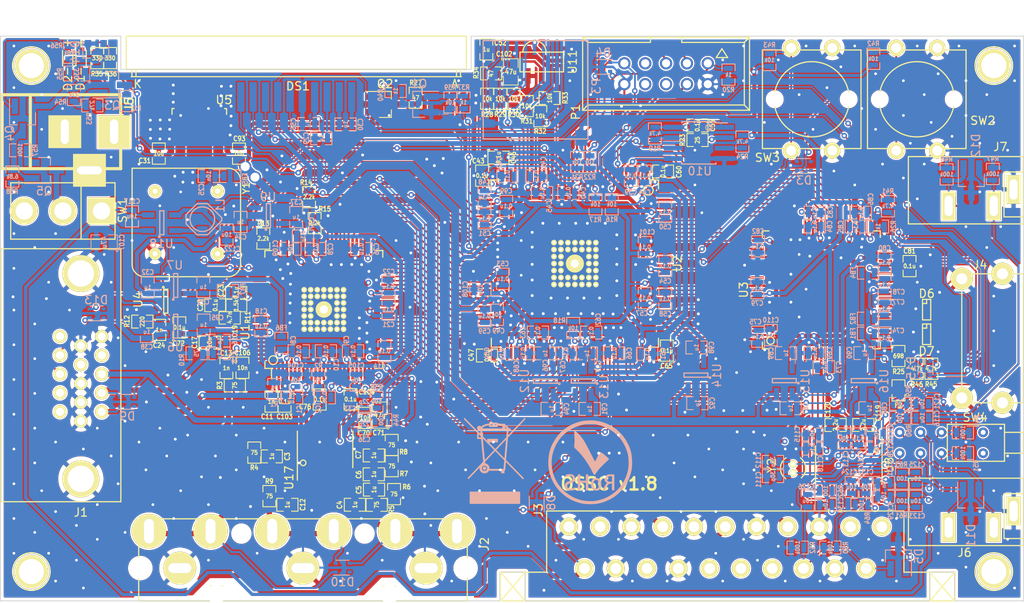
<source format=kicad_pcb>
(kicad_pcb (version 20221018) (generator pcbnew)

  (general
    (thickness 1.6)
  )

  (paper "A3")
  (layers
    (0 "F.Cu" signal)
    (1 "In1.Cu" signal)
    (2 "In2.Cu" signal)
    (31 "B.Cu" signal)
    (32 "B.Adhes" user "B.Adhesive")
    (33 "F.Adhes" user "F.Adhesive")
    (34 "B.Paste" user)
    (35 "F.Paste" user)
    (36 "B.SilkS" user "B.Silkscreen")
    (37 "F.SilkS" user "F.Silkscreen")
    (38 "B.Mask" user)
    (39 "F.Mask" user)
    (40 "Dwgs.User" user "User.Drawings")
    (41 "Cmts.User" user "User.Comments")
    (42 "Eco1.User" user "User.Eco1")
    (43 "Eco2.User" user "User.Eco2")
    (44 "Edge.Cuts" user)
    (45 "Margin" user)
    (46 "B.CrtYd" user "B.Courtyard")
    (47 "F.CrtYd" user "F.Courtyard")
    (48 "B.Fab" user)
    (49 "F.Fab" user)
  )

  (setup
    (stackup
      (layer "F.SilkS" (type "Top Silk Screen"))
      (layer "F.Paste" (type "Top Solder Paste"))
      (layer "F.Mask" (type "Top Solder Mask") (thickness 0.01))
      (layer "F.Cu" (type "copper") (thickness 0.035))
      (layer "dielectric 1" (type "core") (thickness 0.48) (material "FR4") (epsilon_r 4.5) (loss_tangent 0.02))
      (layer "In1.Cu" (type "copper") (thickness 0.035))
      (layer "dielectric 2" (type "prepreg") (thickness 0.48) (material "FR4") (epsilon_r 4.5) (loss_tangent 0.02))
      (layer "In2.Cu" (type "copper") (thickness 0.035))
      (layer "dielectric 3" (type "core") (thickness 0.48) (material "FR4") (epsilon_r 4.5) (loss_tangent 0.02))
      (layer "B.Cu" (type "copper") (thickness 0.035))
      (layer "B.Mask" (type "Bottom Solder Mask") (thickness 0.01))
      (layer "B.Paste" (type "Bottom Solder Paste"))
      (layer "B.SilkS" (type "Bottom Silk Screen"))
      (copper_finish "None")
      (dielectric_constraints no)
    )
    (pad_to_mask_clearance 0)
    (pcbplotparams
      (layerselection 0x00010fc_ffffffff)
      (plot_on_all_layers_selection 0x0000000_00000000)
      (disableapertmacros false)
      (usegerberextensions false)
      (usegerberattributes false)
      (usegerberadvancedattributes false)
      (creategerberjobfile false)
      (dashed_line_dash_ratio 12.000000)
      (dashed_line_gap_ratio 3.000000)
      (svgprecision 6)
      (plotframeref false)
      (viasonmask false)
      (mode 1)
      (useauxorigin false)
      (hpglpennumber 1)
      (hpglpenspeed 20)
      (hpglpendiameter 15.000000)
      (dxfpolygonmode true)
      (dxfimperialunits true)
      (dxfusepcbnewfont true)
      (psnegative false)
      (psa4output false)
      (plotreference true)
      (plotvalue true)
      (plotinvisibletext false)
      (sketchpadsonfab false)
      (subtractmaskfromsilk false)
      (outputformat 1)
      (mirror false)
      (drillshape 0)
      (scaleselection 1)
      (outputdirectory "gerber/")
    )
  )

  (net 0 "")
  (net 1 "/fpga1/ASDO")
  (net 2 "/fpga1/DATA0")
  (net 3 "/fpga1/DCLK")
  (net 4 "/fpga1/HDMITX_HSYNC")
  (net 5 "/fpga1/HDMITX_INT_N")
  (net 6 "/fpga1/HDMITX_PCLK")
  (net 7 "/fpga1/HDMITX_R0")
  (net 8 "/fpga1/HDMITX_R1")
  (net 9 "/fpga1/HDMITX_R2")
  (net 10 "/fpga1/HDMITX_R3")
  (net 11 "/fpga1/HDMITX_R4")
  (net 12 "/fpga1/HDMITX_R5")
  (net 13 "/fpga1/HDMITX_R6")
  (net 14 "/fpga1/HDMITX_R7")
  (net 15 "/fpga1/HDMITX_VSYNC")
  (net 16 "/fpga1/IR_RX")
  (net 17 "/fpga1/LED0")
  (net 18 "/fpga1/LED1")
  (net 19 "/fpga1/SCL")
  (net 20 "/fpga1/SDA")
  (net 21 "/fpga1/SD_CLK")
  (net 22 "/fpga1/SD_CMD")
  (net 23 "/fpga1/SD_DAT0")
  (net 24 "/fpga1/SD_DAT1")
  (net 25 "/fpga1/SD_DAT2")
  (net 26 "/fpga1/SD_DAT3")
  (net 27 "/fpga1/TCK")
  (net 28 "/fpga1/TDI")
  (net 29 "/fpga1/TDO")
  (net 30 "/fpga1/TMS")
  (net 31 "/fpga1/VCCA")
  (net 32 "/fpga1/VCCD_PLL")
  (net 33 "/fpga1/VCCINT")
  (net 34 "/fpga1/nCSO")
  (net 35 "/hdmitx1/AVCC1V8")
  (net 36 "/hdmitx1/AVCC3V3")
  (net 37 "/fpga1/VCCIO")
  (net 38 "/tvp_board1/AV1_AUD_R")
  (net 39 "/tvp_board1/AV1_AUD_L")
  (net 40 "Net-(U1-RIN_3)")
  (net 41 "Net-(U1-BIN_3)")
  (net 42 "Net-(U17A-IN_A_CH2)")
  (net 43 "Net-(U17A-IN_A_CH3)")
  (net 44 "Net-(U17A-IN_B_CH1)")
  (net 45 "/hdmitx1/DDC_SCL")
  (net 46 "/hdmitx1/DDC_SDA")
  (net 47 "Net-(U17A-IN_B_CH2)")
  (net 48 "/hdmitx1/DVDD1V8")
  (net 49 "Net-(U17A-IN_B_CH3)")
  (net 50 "Net-(U1-SOGIN_1)")
  (net 51 "Net-(U17A-IN_A_CH1)")
  (net 52 "Net-(U1-SOGIN_2)")
  (net 53 "Net-(U1-GIN_3)")
  (net 54 "Net-(U1-SOGIN_3)")
  (net 55 "Net-(U1-GIN_4)")
  (net 56 "Net-(U1-FILT2)")
  (net 57 "Net-(U1-PLL_F)")
  (net 58 "/hdmitx1/HPD")
  (net 59 "/hdmitx1/TMDS_CLK+")
  (net 60 "/hdmitx1/TMDS_CLK-")
  (net 61 "/hdmitx1/TMDS_D0+")
  (net 62 "/hdmitx1/TMDS_D0-")
  (net 63 "/hdmitx1/TMDS_D1+")
  (net 64 "/hdmitx1/TMDS_D1-")
  (net 65 "/hdmitx1/TMDS_D2+")
  (net 66 "/hdmitx1/TMDS_D2-")
  (net 67 "/tvp_board1/AVDD")
  (net 68 "Net-(U4-2A)")
  (net 69 "Net-(Y1-VDD)")
  (net 70 "Net-(DS1-Pin_8)")
  (net 71 "Net-(DS1-Pin_10)")
  (net 72 "Net-(DS1-Pin_9)")
  (net 73 "Net-(U17A-SCL)")
  (net 74 "Net-(U17A-SDA)")
  (net 75 "Net-(U3-PVCC1)")
  (net 76 "/tvp_board1/DVDD")
  (net 77 "Net-(U1-RIN_1)")
  (net 78 "Net-(U3-PVCC2)")
  (net 79 "/tvp_board1/VSOUT")
  (net 80 "/tvp_board1/HSOUT")
  (net 81 "/tvp_board1/SOGOUT")
  (net 82 "/tvp_board1/B_7")
  (net 83 "/tvp_board1/B_6")
  (net 84 "/tvp_board1/B_5")
  (net 85 "/tvp_board1/B_4")
  (net 86 "/tvp_board1/B_3")
  (net 87 "/tvp_board1/PCLK")
  (net 88 "/tvp_board1/B_2")
  (net 89 "/tvp_board1/B_1")
  (net 90 "/tvp_board1/B_0")
  (net 91 "Net-(U1-BIN_1)")
  (net 92 "Net-(U11-Pin_2)")
  (net 93 "/tvp_board1/G_7")
  (net 94 "/tvp_board1/G_6")
  (net 95 "/tvp_board1/G_5")
  (net 96 "/tvp_board1/RGB1_B")
  (net 97 "/tvp_board1/RGB1_G")
  (net 98 "/tvp_board1/RGB1_R")
  (net 99 "/tvp_board1/RGB1_S")
  (net 100 "/tvp_board1/RGB2_B")
  (net 101 "/tvp_board1/RGB2_G")
  (net 102 "/tvp_board1/RGB2_R")
  (net 103 "/tvp_board1/RGB3_B")
  (net 104 "/tvp_board1/RGB3_G")
  (net 105 "/tvp_board1/RGB3_R")
  (net 106 "/tvp_board1/G_4")
  (net 107 "GND")
  (net 108 "Net-(U1-GIN_1)")
  (net 109 "Net-(U1-RIN_2)")
  (net 110 "Net-(U1-BIN_2)")
  (net 111 "Net-(U1-GIN_2)")
  (net 112 "Net-(U8-XO)")
  (net 113 "Net-(U8-XI)")
  (net 114 "Net-(U8-VREF)")
  (net 115 "Net-(U8-LDO)")
  (net 116 "Net-(U8-VINL2)")
  (net 117 "Net-(U8-VINR2)")
  (net 118 "Net-(U8-VINR3)")
  (net 119 "Net-(U8-VINL4)")
  (net 120 "Net-(U8-VINL3)")
  (net 121 "Net-(U8-VINR4)")
  (net 122 "Net-(D1-A)")
  (net 123 "Net-(C20-Pad2)")
  (net 124 "Net-(D2-A)")
  (net 125 "unconnected-(D3-IO3-Pad4)")
  (net 126 "unconnected-(D3-IO4-Pad5)")
  (net 127 "unconnected-(D9-TVS4-Pad5)")
  (net 128 "unconnected-(D10-TVS4-Pad5)")
  (net 129 "Net-(D11-TVS1)")
  (net 130 "Net-(C77-Pad1)")
  (net 131 "Net-(D11-TVS2)")
  (net 132 "/tvp_board1/G_3")
  (net 133 "/tvp_board1/G_2")
  (net 134 "/tvp_board1/G_1")
  (net 135 "/tvp_board1/G_0")
  (net 136 "unconnected-(D13-IO3-Pad4)")
  (net 137 "unconnected-(D13-IO4-Pad5)")
  (net 138 "/tvp_board1/R_7")
  (net 139 "Net-(D14-K)")
  (net 140 "unconnected-(D15-IO4-Pad5)")
  (net 141 "Net-(DS1-Pin_11)")
  (net 142 "Net-(Q3-D)")
  (net 143 "unconnected-(J1-ID2{slash}RES-Pad4)")
  (net 144 "/tvp_board1/R_6")
  (net 145 "/tvp_board1/R_5")
  (net 146 "/tvp_board1/R_4")
  (net 147 "/tvp_board1/R_3")
  (net 148 "/tvp_board1/R_2")
  (net 149 "/tvp_board1/R_1")
  (net 150 "/tvp_board1/R_0")
  (net 151 "unconnected-(J1-KEY{slash}PWR-Pad9)")
  (net 152 "unconnected-(J1-ID0{slash}RES-Pad11)")
  (net 153 "/tvp_board1/CLK27")
  (net 154 "/fpga1/HDMITX_DE")
  (net 155 "/fpga1/HDMITX_B0")
  (net 156 "/fpga1/HDMITX_B1")
  (net 157 "/fpga1/HDMITX_B2")
  (net 158 "/fpga1/HDMITX_B3")
  (net 159 "/fpga1/HDMITX_B4")
  (net 160 "/fpga1/HDMITX_B5")
  (net 161 "/fpga1/HDMITX_B6")
  (net 162 "/fpga1/HDMITX_B7")
  (net 163 "unconnected-(J1-ID1{slash}SDA-Pad12)")
  (net 164 "unconnected-(J1-ID3{slash}SCL-Pad15)")
  (net 165 "unconnected-(J3-P1-Pad1)")
  (net 166 "unconnected-(J3-P3-Pad3)")
  (net 167 "unconnected-(J3-P8-Pad8)")
  (net 168 "/fpga1/HDMITX_G0")
  (net 169 "/fpga1/HDMITX_G1")
  (net 170 "Net-(F1-Pad1)")
  (net 171 "/tvp_board1/RGB_12_G")
  (net 172 "/tvp_board1/RGB_12_R")
  (net 173 "unconnected-(J3-P10-Pad10)")
  (net 174 "/tvp_board1/RGB_12_B")
  (net 175 "unconnected-(J3-P12-Pad12)")
  (net 176 "unconnected-(J3-P16-Pad16)")
  (net 177 "unconnected-(J3-P19-Pad19)")
  (net 178 "unconnected-(J4-CEC-Pad13)")
  (net 179 "/tvp_board1/RGB3_HS")
  (net 180 "/tvp_board1/RGB3_VS")
  (net 181 "/tvp_board1/RGB3_VS_B")
  (net 182 "/tvp_board1/RGB3_HS_B")
  (net 183 "unconnected-(J4-RSV-Pad14)")
  (net 184 "/fpga1/LCD_CS_N")
  (net 185 "/fpga1/LCD_RS")
  (net 186 "/fpga1/BTN0")
  (net 187 "/fpga1/BTN1")
  (net 188 "Net-(C23-Pad1)")
  (net 189 "/tvp_board1/AVDD_F")
  (net 190 "Net-(U18-SW)")
  (net 191 "unconnected-(P1-Pin_6-Pad6)")
  (net 192 "unconnected-(P1-Pin_7-Pad7)")
  (net 193 "/fpga1/RESET_N")
  (net 194 "unconnected-(P1-Pin_8-Pad8)")
  (net 195 "Net-(Q1-B)")
  (net 196 "Net-(Q1-C)")
  (net 197 "Net-(Q2-B)")
  (net 198 "/fpga1/LCD_BLEN")
  (net 199 "/hdmitx1/5V")
  (net 200 "/hdmitx1/5V_FUSED")
  (net 201 "Net-(Q2-C)")
  (net 202 "Net-(Q3-G)")
  (net 203 "/hdmitx1/AV2_AUD_R")
  (net 204 "Net-(C116-Pad2)")
  (net 205 "/fpga1/HDMITX_G2")
  (net 206 "Net-(Q3-S)")
  (net 207 "Net-(Q4-B)")
  (net 208 "/hdmitx1/AV2_AUD_L")
  (net 209 "Net-(C121-Pad2)")
  (net 210 "/fpga1/HDMITX_G3")
  (net 211 "Net-(C123-Pad1)")
  (net 212 "/hdmitx1/AV3_AUD_R")
  (net 213 "Net-(C124-Pad1)")
  (net 214 "Net-(C125-Pad1)")
  (net 215 "/hdmitx1/AV3_AUD_L")
  (net 216 "Net-(C126-Pad1)")
  (net 217 "/fpga1/HDMITX_G4")
  (net 218 "/hdmitx1/I2S_DATA")
  (net 219 "/hdmitx1/I2S_WS")
  (net 220 "/hdmitx1/I2S_BCK")
  (net 221 "/fpga1/HDMITX_G5")
  (net 222 "/fpga1/HDMITX_G6")
  (net 223 "/fpga1/HDMITX_G7")
  (net 224 "Net-(Q4-C)")
  (net 225 "Net-(Q5-D)")
  (net 226 "Net-(U1-FILT1)")
  (net 227 "Net-(U2-nSTATUS)")
  (net 228 "Net-(U2-nCONFIG)")
  (net 229 "Net-(U2-CONF_DONE)")
  (net 230 "Net-(U10-HOLDn)")
  (net 231 "Net-(U10-SO)")
  (net 232 "Net-(U10-WPn)")
  (net 233 "Net-(U3-REXT)")
  (net 234 "/tvp_board1/DVDD2V5")
  (net 235 "Net-(U3-ENTEST)")
  (net 236 "unconnected-(U1-FIDOUT-Pad22)")
  (net 237 "unconnected-(U1-B_1-Pad37)")
  (net 238 "unconnected-(U1-B_0-Pad38)")
  (net 239 "unconnected-(U1-G_1-Pad51)")
  (net 240 "unconnected-(U1-G_0-Pad52)")
  (net 241 "unconnected-(U1-R_1-Pad64)")
  (net 242 "unconnected-(U1-R_0-Pad65)")
  (net 243 "unconnected-(U3-NC-Pad45)")
  (net 244 "unconnected-(U6-NC-Pad4)")
  (net 245 "unconnected-(U7-NC-Pad4)")
  (net 246 "unconnected-(U8-VINL1-Pad3)")
  (net 247 "unconnected-(U8-VINR1-Pad4)")
  (net 248 "unconnected-(U8-Mic_bias-Pad5)")
  (net 249 "unconnected-(U8-GPIO3-Pad19)")
  (net 250 "unconnected-(U8-GPIO2-Pad20)")
  (net 251 "unconnected-(U8-GPIO1-Pad21)")
  (net 252 "unconnected-(U8-GPIO0-Pad22)")
  (net 253 "unconnected-(U9-NC-Pad4)")
  (net 254 "unconnected-(U12-NC-Pad4)")
  (net 255 "unconnected-(U13-NC-Pad4)")
  (net 256 "unconnected-(U14-NC-Pad4)")
  (net 257 "unconnected-(U15-NC-Pad4)")
  (net 258 "unconnected-(U16-NC-Pad4)")
  (net 259 "unconnected-(U17A-NC-Pad1)")
  (net 260 "unconnected-(U17A-NC-Pad20)")
  (net 261 "unconnected-(Y1-NC-Pad1)")

  (footprint "custom_components:SM0603_Capa_libcms" (layer "F.Cu") (at 40.3965 68.1727))

  (footprint "custom_components:SM0603_Capa_libcms" (layer "F.Cu") (at 50.5184 74.066 180))

  (footprint "custom_components:SM0603_Capa_libcms" (layer "F.Cu") (at 52.8425 72.224 180))

  (footprint "custom_components:SM0603_Capa_libcms" (layer "F.Cu") (at 52.8171 70.3571 180))

  (footprint "custom_components:SM0603_Capa_libcms" (layer "F.Cu") (at 52.8171 68.0584 180))

  (footprint "custom_components:SM0603_Capa_libcms" (layer "F.Cu") (at 40.3584 61.5052 90))

  (footprint "custom_components:SM0603_Capa_libcms" (layer "F.Cu") (at 42.301 74.066))

  (footprint "custom_components:SM0603_Capa_libcms" (layer "F.Cu") (at 34.872 57.4158 90))

  (footprint "custom_components:SM0603_Capa_libcms" (layer "F.Cu") (at 32.84 54.317))

  (footprint "custom_components:SM0603_Capa_libcms" (layer "F.Cu") (at 35.277 51.283 180))

  (footprint "custom_components:SM0603_Capa_libcms" (layer "F.Cu") (at 33.528 49.779))

  (footprint "custom_components:SM0603_Capa_libcms" (layer "F.Cu") (at 36.062 48.265 180))

  (footprint "custom_components:SM0603_Capa_libcms" (layer "F.Cu") (at 26.7059 52.7803 -90))

  (footprint "custom_components:SM0603_Capa_libcms" (layer "F.Cu") (at 26.645 31.313 90))

  (footprint "custom_components:SM0603_Capa_libcms" (layer "F.Cu") (at 66 34 90))

  (footprint "custom_components:SM0603_Capa_libcms" (layer "F.Cu") (at 68 31.8 180))

  (footprint "custom_components:SM0603_Capa_libcms" (layer "F.Cu") (at 66.6 55.9 180))

  (footprint "custom_components:SM0603_Capa_libcms" (layer "F.Cu") (at 66.5204 18.63 -90))

  (footprint "custom_components:SM0603_Capa_libcms" (layer "F.Cu") (at 92.2125 27.8883 180))

  (footprint "custom_components:SM0603_Capa_libcms" (layer "F.Cu") (at 88.021 33.498))

  (footprint "custom_components:SM0603_Capa_libcms" (layer "F.Cu") (at 88.5 55.3 -90))

  (footprint "custom_components:SM0603_Capa_libcms" (layer "F.Cu") (at 118.04 45.01 -90))

  (footprint "custom_components:SM0603_Capa_libcms" (layer "F.Cu") (at 36.405 31.318 90))

  (footprint "custom_components:SM0805_libcms" (layer "F.Cu") (at 69.494 21.361 -90))

  (footprint "custom_components:BARREL_JACK_roundconn" (layer "F.Cu") (at 15.002 28.649))

  (footprint "custom_components:VGA_CONN" (layer "F.Cu") (at 17.1555 59.2954 -90))

  (footprint "custom_components:IRM-V5XX_TR1" (layer "F.Cu") (at 73.2641 21.3605))

  (footprint "Connect:VASCH5x2" (layer "F.Cu") (at 88.4 21.59 180))

  (footprint "Connect:1pin" (layer "F.Cu") (at 11.13 20.6))

  (footprint "Connect:1pin" (layer "F.Cu") (at 11.13 82.2))

  (footprint "Connect:1pin" (layer "F.Cu") (at 128.3 82.2))

  (footprint "Connect:1pin" (layer "F.Cu") (at 128.3 20.6))

  (footprint "custom_components:SM0603_Resistor_libcms" (layer "F.Cu") (at 38.2629 67.7155 90))

  (footprint "custom_components:SM0603_Resistor_libcms" (layer "F.Cu") (at 53.1727 74.0782))

  (footprint "custom_components:SM0603_Resistor_libcms" (layer "F.Cu") (at 55.2809 72.7701 -90))

  (footprint "custom_components:SM0603_Resistor_libcms" (layer "F.Cu") (at 55.0015 69.3665 90))

  (footprint "custom_components:SM0603_Resistor_libcms" (layer "F.Cu") (at 54.997 66.785 90))

  (footprint "custom_components:SM0603_Resistor_libcms" (layer "F.Cu") (at 40.104 73.015 90))

  (footprint "custom_components:SM0603_Resistor_libcms" (layer "F.Cu") (at 36.063 49.779))

  (footprint "custom_components:SM0603_Resistor_libcms" (layer "F.Cu") (at 24.6358 51.7643 180))

  (footprint "custom_components:SM0603_Resistor_libcms" (layer "F.Cu") (at 39.37 41.656 -90))

  (footprint "custom_components:SM0603_Resistor_libcms" (layer "F.Cu") (at 44.931 36.606 90))

  (footprint "custom_components:SM0603_Resistor_libcms" (layer "F.Cu") (at 45.6162 39.7755 -90))

  (footprint "custom_components:SM0603_Resistor_libcms" (layer "F.Cu") (at 92.2252 29.6663))

  (footprint "custom_components:SM0603_Resistor_libcms" (layer "F.Cu") (at 116.693 55.961 -90))

  (footprint "custom_components:SM0603_Resistor_libcms" (layer "F.Cu") (at 66.6093 24.6371 90))

  (footprint "custom_components:SM0603_Resistor_libcms" (layer "F.Cu") (at 68.2222 24.6498 90))

  (footprint "custom_components:SM0603_Resistor_libcms" (layer "F.Cu") (at 69.8351 24.6498 90))

  (footprint "custom_components:SM0603_Resistor_libcms" (layer "F.Cu") (at 71.448 25.5261 90))

  (footprint "custom_components:SM0603_Resistor_libcms" (layer "F.Cu") (at 73.0863 26.758 90))

  (footprint "custom_components:SM0603_Resistor_libcms" (layer "F.Cu") (at 74.2293 24.5482))

  (footprint "custom_components:SM0603_Resistor_libcms" (layer "F.Cu") (at 67.1046 21.551 180))

  (footprint "custom_components:SM0603_Resistor_libcms" (layer "F.Cu") (at 19.159 19.691 -90))

  (footprint "custom_components:SM0603_Resistor_libcms" (layer "F.Cu") (at 20.709 19.687 -90))

  (footprint "custom_components:TQFP-100_thermal" (layer "F.Cu") (at 46.736 50.292 90))

  (footprint "custom_components:3xRCA_CONN" (layer "F.Cu") (at 44.196 81.7762))

  (footprint "custom_components:TQFP-144_thermal" (layer "F.Cu")
    (tstamp 00000000-0000-0000-0000-000055a1e0e7)
    (at 77.3 44.7 -90)
    (descr "P/PG-TQFP-144-2, -3, -7 (see MAXIM 21-0087.PDF and 90-0144.PDF)")
    (tags "QFP 0.5")
    (property "Sheetfile" "fpga.kicad_sch")
    (property "Sheetname" "fpga1")
    (path "/00000000-0000-0000-0000-000054fe3a8c/00000000-0000-0000-0000-000054fe3d0c")
    (attr smd)
    (fp_text reference "U2" (at 0 -12.475 -90) (layer "F.SilkS")
        (effects (font (size 1 1) (thickness 0.15)))
      (tstamp eef1617b-803a-49c3-b08a-1db35075471d)
    )
    (fp_text value "EP4CE15E22" (at 0 12.475 -90) (layer "F.Fab")
        (effects (font (size 1 1) (thickness 0.15)))
      (tstamp d5b7e3fd-5b86-4909-a883-a49d6720b0a4)
    )
    (fp_line (start -10.175 -10.175) (end -10.175 -9.1)
      (stroke (width 0.15) (type solid)) (layer "F.SilkS") (tstamp 3558ed6e-711a-493c-9eff-a48d444cc556))
    (fp_line (start -10.175 -10.175) (end -9.1 -10.175)
      (stroke (width 0.15) (type solid)) (layer "F.SilkS") (tstamp cfbfbec9-09a3-4e92-a2d5-49e5d862c70a))
    (fp_line (start -10.175 -9.1) (end -11.275 -9.1)
      (stroke (width 0.15) (type solid)) (layer "F.SilkS") (tstamp 30f39d53-8f80-4916-9ac7-057ac040b90a))
    (fp_line (start -10.175 10.175) (end -10.175 9.1)
      (stroke (width 0.15) (type solid)) (layer "F.SilkS") (tstamp e5c72976-c228-44ef-8299-d4cc7fdc17a6))
    (fp_line (start -10.175 10.175) (end -9.1 10.175)
      (stroke (width 0.15) (type solid)) (layer "F.SilkS") (tstamp 975622be-fb68-4753-b6d7-9e86c2f84344))
    (fp_line (start 10.175 -10.175) (end 9.1 -10.175)
      (stroke (width 0.15) (type solid)) (layer "F.SilkS") (tstamp c9d6f710-9d3c-46d5-9a1d-5e2971fb146b))
    (fp_line (start 10.175 -10.175) (end 10.175 -9.1)
      (stroke (width 0.15) (type solid)) (layer "F.SilkS") (tstamp ccab7bc2-318e-477c-9811-7f7e7d58547f))
    (fp_line (start 10.175 10.175) (end 9.1 10.175)
      (stroke (width 0.15) (type solid)) (layer "F.SilkS") (tstamp 25d85ac4-49d9-4f51-9a7e-96ed6098b3ee))
    (fp_line (start 10.175 10.175) (end 10.175 9.1)
      (stroke (width 0.15) (type solid)) (layer "F.SilkS") (tstamp 3ba26bbe-8562-430c-b806-843447502c0b))
    (fp_circle (center -8.91794 -8.93064) (end -8.54456 -8.47344)
      (stroke (width 0.15) (type solid)) (fill none) (layer "F.SilkS") (tstamp 94ff5823-f4bf-4e22-8a9f-d99ff5e43636))
    (fp_line (start -11.75 -11.75) (end -11.75 11.75)
      (stroke (width 0.05) (type solid)) (layer "F.CrtYd") (tstamp 5b2cbec1-173b-4f13-91ec-7f5b0f45cfc2))
    (fp_line (start -11.75 -11.75) (end 11.75 -11.75)
      (stroke (width 0.05) (type solid)) (layer "F.CrtYd") (tstamp 40f27947-3902-4235-a9f3-f7757418b180))
    (fp_line (start -11.75 11.75) (end 11.75 11.75)
      (stroke (width 0.05) (type solid)) (layer "F.CrtYd") (tstamp 1a5b86ef-7e25-4df9-9631-46951e62da1c))
    (fp_line (start 11.75 -11.75) (end 11.75 11.75)
      (stroke (width 0.05) (type solid)) (layer "F.CrtYd") (tstamp 06baf694-aae9-40ee-a8b0-cd56271c0db1))
    (pad "1" smd rect (at -10.8 -8.75 270) (size 1.6 0.3) (layers "F.Cu" "F.Paste" "F.Mask")
      (net 32 "/fpga1/VCCD_PLL") (pinfunction "VCCD_PLL3") (pintype "power_in") (tstamp 29bade07-3619-4b75-8614-380e5d216724))
    (pad "2" smd rect (at -10.8 -8.25 270) (size 1.6 0.3) (layers "F.Cu" "F.Paste" "F.Mask")
      (net 107 "GND") (pinfunction "GNDA3") (pintype "power_in") (tstamp 1862581f-2525-4585-a080-e75b085b227c))
    (pad "3" smd rect (at -10.8 -7.75 270) (size 1.6 0.3) (layers "F.Cu" "F.Paste" "F.Mask")
      (net 31 "/fpga1/VCCA") (pinfunction "VCCA3") (pintype "power_in") (tstamp 82dc8331-888a-484b-bacd-011d8ad4eaee))
    (pad "4" smd rect (at -10.8 -7.25 270) (size 1.6 0.3) (layers "F.Cu" "F.Paste" "F.Mask")
      (net 107 "GND") (pinfunction "GND") (pintype "power_in") (tstamp 157243cd-e86d-4227-a806-59f87474f46f))
    (pad "5" smd rect (at -10.8 -6.75 270) (size 1.6 0.3) (layers "F.Cu" "F.Paste" "F.Mask")
      (net 33 "/fpga1/VCCINT") (pinfunction "VCCINT") (pintype "power_in") (tstamp 5e4bc6b4-9d88-43ef-a168-6586fea6c5c1))
    (pad "6" smd rect (at -10.8 -6.25 270) (size 1.6 0.3) (layers "F.Cu" "F.Paste" "F.Mask")
      (net 1 "/fpga1/ASDO") (pinfunction "DATA1") (pintype "bidirectional") (tstamp 9d1e99b5-e2d8-425a-86e1-01e6269c8854))
    (pad "7" smd rect (at -10.8 -5.75 270) (size 1.6 0.3) (layers "F.Cu" "F.Paste" "F.Mask")
      (net 12 "/fpga1/HDMITX_R5") (pinfunction "IO7") (pintype "bidirectional") (tstamp 3bea58ca-f951-409c-a105-ffae4851f8c9))
    (pad "8" smd rect (at -10.8 -5.25 270) (size 1.6 0.3) (layers "F.Cu" "F.Paste" "F.Mask")
      (net 34 "/fpga1/nCSO") (pinfunction "FLASH_nCE") (pintype "bidirectional") (tstamp 159071cb-c43e-4d0d-a30b-8366af8c8229))
    (pad "9" smd rect (at -10.8 -4.75 270) (size 1.6 0.3) (layers "F.Cu" "F.Paste" "F.Mask")
      (net 227 "Net-(U2-nSTATUS)") (pinfunction "nSTATUS") (pintype "bidirectional") (tstamp c84e26b5-03b0-4340-ac29-a07a2282eda4))
    (pad "10" smd rect (at -10.8 -4.25 270) (size 1.6 0.3) (layers "F.Cu" "F.Paste" "F.Mask")
      (net 13 "/fpga1/HDMITX_R6") (pinfunction "IO10") (pintype "bidirectional") (tstamp 566e9eaf-5ddb-4b9e-9534-fcaaaa25446c))
    (pad "11" smd rect (at -10.8 -3.75 270) (size 1.6 0.3) (layers "F.Cu" "F.Paste" "F.Mask")
      (net 14 "/fpga1/HDMITX_R7") (pinfunction "IO11") (pintype "bidirectional") (tstamp 7702c425-321f-49d3-8d92-087cb32ce9d2))
    (pad "12" smd rect (at -10.8 -3.25 270) (size 1.6 0.3) (layers "F.Cu" "F.Paste" "F.Mask")
      (net 3 "/fpga1/DCLK") (pinfunction "DCLK") (pintype "bidirectional") (tstamp d09b92f8-5372-448e-a57a-23196426561b))
    (pad "13" smd rect (at -10.8 -2.75 270) (size 1.6 0.3) (layers "F.Cu" "F.Paste" "F.Mask")
      (net 2 "/fpga1/DATA0") (pinfunction "DATA0") (pintype "bidirectional") (tstamp 0ea30842-4fac-4625-9b51-4a4dbe144712))
    (pad "14" smd rect (at -10.8 -2.25 270) (size 1.6 0.3) (layers "F.Cu" "F.Paste" "F.Mask")
      (net 228 "Net-(U2-nCONFIG)") (pinfunction "nCONFIG") (pintype "bidirectional") (tstamp 4a922147-3fe0-42c0-af9e-f0ae4df249c3))
    (pad "15" smd rect (at -10.8 -1.75 270) (size 1.6 0.3) (layers "F.Cu" "F.Paste" "F.Mask")
      (net 28 "/fpga1/TDI") (pinfunction "TDI") (pintype "bidirectional") (tstamp 99c22012-88e5-4396-b364-0c0e4dd522ff))
    (pad "16" smd rect (at -10.8 -1.25 270) (size 1.6 0.3) (layers "F.Cu" "F.Paste" "F.Mask")
      (net 27 "/fpga1/TCK") (pinfunction "TCK") (pintype "bidirectional") (tstamp 2a84a7a9-a0e7-40d2-99b2-bc000a7cd748))
    (pad "17" smd rect (at -10.8 -0.75 270) (size 1.6 0.3) (layers "F.Cu" "F.Paste" "F.Mask")
      (net 37 "/fpga1/VCCIO") (pinfunction "VCCIO1") (pintype "power_in") (tstamp 143b191b-7bd4-4729-8c78-ad723a3931de))
    (pad "18" smd rect (at -10.8 -0.25 270) (size 1.6 0.3) (layers "F.Cu" "F.Paste" "F.Mask")
      (net 30 "/fpga1/TMS") (pinfunction "TMS") (pintype "bidirectional") (tstamp 33034710-c35e-4b87-95a5-6fb2da4dc6b9))
    (pad "19" smd rect (at -10.8 0.25 270) (size 1.6 0.3) (layers "F.Cu" "F.Paste" "F.Mask")
      (net 107 "GND") (pinfunction "GND") (pintype "power_in") (tstamp c6eef106-8bd2-425b-b7f5-261c586eec51))
    (pad "20" smd rect (at -10.8 0.75 270) (size 1.6 0.3) (layers "F.Cu" "F.Paste" "F.Mask")
      (net 29 "/fpga1/TDO") (pinfunction "TDO") (pintype "bidirectional") (tstamp b8a283fb-dc6f-473b-9e7c-2a28f6941659))
    (pad "21" smd rect (at -10.8 1.25 270) (size 1.6 0.3) (layers "F.Cu" "F.Paste" "F.Mask")
      (net 107 "GND") (pinfunction "nCE") (pintype "input") (tstamp c77f9c58-3dac-41d6-bc83-0a4e77e4b2ea))
    (pad "22" smd rect (at -10.8 1.75 270) (size 1.6 0.3) (layers "F.Cu" "F.Paste" "F.Mask")
      (net 107 "GND") (pinfunction "GND") (pintype "power_in") (tstamp 1866f365-b71a-4fce-ac64-d81d3f66c2a0))
    (pad "23" smd rect (at -10.8 2.25 270) (size 1.6 0.3) (layers "F.Cu" "F.Paste" "F.Mask")
      (net 16 "/fpga1/IR_RX") (pinfunction "CLK1") (pintype "input") (tstamp 7c424249-b799-4e19-a627-daed09e40660))
    (pad "24" smd rect (at -10.8 2.75 270) (size 1.6 0.3) (layers "F.Cu" "F.Paste" "F.Mask")
      (net 107 "GND") (pinfunction "CLK2") (pintype "input") (tstamp 392c1cf0-7507-4b58-b7f9-02fcd1cfad14))
    (pad "25" smd rect (at -10.8 3.25 270) (size 1.6 0.3) (layers "F.Cu" "F.Paste" "F.Mask")
      (net 153 "/tvp_board1/CLK27") (pinfunction "CLK3") (pintype "input") (tstamp c3eab378-889b-4ad9-857c-e37d768a18d7))
    (pad "26" smd rect (at -10.8 3.75 270) (size 1.6 0.3) (layers "F.Cu" "F.Paste" "F.Mask")
      (net 37 "/fpga1/VCCIO") (pinfunction "VCCIO2") (pintype "power_in") (tstamp 6da25418-6e16-43fd-b847-401bfda20b08))
    (pad "27" smd rect (at -10.8 4.25 270) (size 1.6 0.3) (layers "F.Cu" "F.Paste" "F.Mask")
      (net 107 "GND") (pinfunction "GND") (pintype "power_in") (tstamp c3c478d9-178e-4b47-9445-349b94449a26))
    (pad "28" smd rect (at -10.8 4.75 270) (size 1.6 0.3) (layers "F.Cu" "F.Paste" "F.Mask")
      (net 25 "/fpga1/SD_DAT2") (pinfunction "IO28") (pintype "bidirectional") (tstamp c35093bc-2e71-4761-8ba6-4f6a443c78f6))
    (pad "29" smd rect (at -10.8 5.25 270) (size 1.6 0.3) (layers "F.Cu" "F.Paste" "F.Mask")
      (net 33 "/fpga1/VCCINT") (pinfunction "VCCINT") (pintype "power_in") (tstamp fb2f053b-f09c-47c9-8338-8ae0c1540561))
    (pad "30" smd rect (at -10.8 5.75 270) (size 1.6 0.3) (layers "F.Cu" "F.Paste" "F.Mask")
      (net 26 "/fpga1/SD_DAT3") (pinfunction "IO30") (pintype "bidirectional") (tstamp cf2179a4-1414-45c5-a19a-cc58b65eb8d8))
    (pad "31" smd rect (at -10.8 6.25 270) (size 1.6 0.3) (layers "F.Cu" "F.Paste" "F.Mask")
      (net 22 "/fpga1/SD_CMD") (pinfunction "IO31") (pintype "bidirectional") (tstamp ac1202ae-793d-4b07-b101-1aaaa19f1d3e))
    (pad "32" smd rect (at -10.8 6.75 270) (size 1.6 0.3) (layers "F.Cu" "F.Paste" "F.Mask")
      (net 21 "/fpga1/SD_CLK") (pinfunction "IO32") (pintype "bidirectional") (tstamp 4b42d6fb-ce21-4f1f-abf9-b65ec2d061af))
    (pad "33" smd rect (at -10.8 7.25 270) (size 1.6 0.3) (layers "F.Cu" "F.Paste" "F.Mask")
      (net 23 "/fpga1/SD_DAT0") (pinfunction "IO33") (pintype "bidirectional") (tstamp 546dd213-ebdb-4d49-a7c8-721d0bd5be09))
    (pad "34" smd rect (at -10.8 7.75 270) (size 1.6 0.3) (layers "F.Cu" "F.Paste" "F.Mask")
      (net 33 "/fpga1/VCCINT") (pinfunction "VCCINT") (pintype "power_in") (tstamp 49dbd5de-7aa3-43b6-ac00-4c81fb515810))
    (pad "35" smd rect (at -10.8 8.25 270) (size 1.6 0.3) (layers "F.Cu" "F.Paste" "F.Mask")
      (net 31 "/fpga1/VCCA") (pinfunction "VCCA1") (pintype "power_in") (tstamp 78468e91-0af3-49d4-8fed-23b6512f62d2))
    (pad "36" smd rect (at -10.8 8.75 270) (size 1.6 0.3) (layers "F.Cu" "F.Paste" "F.Mask")
      (net 107 "GND") (pinfunction "GNDA1") (pintype "power_in") (tstamp 993f2641-cd72-488b-8570-811817789d0c))
    (pad "37" smd rect (at -8.75 10.8) (size 1.6 0.3) (layers "F.Cu" "F.Paste" "F.Mask")
      (net 32 "/fpga1/VCCD_PLL") (pinfunction "VCCD_PLL1") (pintype "power_in") (tstamp 6f2f8c1e-c574-44f0-b619-9d5414d32e73))
    (pad "38" smd rect (at -8.25 10.8) (size 1.6 0.3) (layers "F.Cu" "F.Paste" "F.Mask")
      (net 33 "/fpga1/VCCINT") (pinfunction "VCCINT") (pintype "power_in") (tstamp 17511daf-6e6a-46ab-a80b-7117ab7a83f6))
    (pad "39" smd rect (at -7.75 10.8) (size 1.6 0.3) (layers "F.Cu" "F.Paste" "F.Mask")
      (net 24 "/fpga1/SD_DAT1") (pinfunction "IO39") (pintype "bidirectional") (tstamp b4a96d3e-da5b-4676-af2e-83971ba2ba46))
    (pad "40" smd rect (at -7.25 10.8) (size 1.6 0.3) (layers "F.Cu" "F.Paste" "F.Mask")
      (net 37 "/fpga1/VCCIO") (pinfunction "VCCIO3") (pintype "power_in") (tstamp 14d45c19-c716-4c25-8349-148871a376fc))
    (pad "41" smd rect (at -6.75 10.8) (size 1.6 0.3) (layers "F.Cu" "F.Paste" "F.Mask")
      (net 107 "GND") (pinfunction "GND") (pintype "power_in") (tstamp a22a09fc-8546-44c4-8929-10c043c6862f))
    (pad "41" thru_hole circle (at -2.55 -2.55 270) (size 0.69 0.69) (drill 0.33) (layers "*.Cu" "*.Mask" "F.SilkS")
      (net 107 "GND") (pinfunction "GND") (pintype "power_in") (tstamp 84f2775b-c1c3-4b0f-98ac-c7b5d4db8c47))
    (pad "41" thru_hole circle (at -2.55 -1.7 270) (size 0.69 0.69) (drill 0.33) (layers "*.Cu" "*.Mask" "F.SilkS")
      (net 107 "GND") (pinfunction "GND") (pintype "power_in") (tstamp 4991f339-43e3-4b11-8c41-6c30469d4304))
    (pad "41" thru_hole circle (at -2.55 -0.85 270) (size 0.69 0.69) (drill 0.33) (layers "*.Cu" "*.Mask" "F.SilkS")
      (net 107 "GND") (pinfunction "GND") (pintype "power_in") (tstamp 68958b44-e2c8-4c7c-beef-3fce423d78ea))
    (pad "41" thru_hole circle (at -2.55 0 270) (size 0.69 0.69) (drill 0.33) (layers "*.Cu" "*.Mask" "F.SilkS")
      (net 107 "GND") (pinfunction "GND") (pintype "power_in") (tstamp 0e6096bb-24fb-4651-a132-716fb3343c93))
    (pad "41" thru_hole circle (at -2.55 0.85 270) (size 0.69 0.69) (drill 0.33) (layers "*.Cu" "*.Mask" "F.SilkS")
      (net 107 "GND") (pinfunction "GND") (pintype "power_in") (tstamp faaa8c3a-8f9c-45e5-8971-fc38e367ad72))
    (pad "41" thru_hole circle (at -2.55 1.7 270) (size 0.69 0.69) (drill 0.33) (layers "*.Cu" "*.Mask" "F.SilkS")
      (net 107 "GND") (pinfunction "GND") (pintype "power_in") (tstamp 826e7696-ddb2-4442-b566-610b08253146))
    (pad "41" thru_hole circle (at -2.55 2.55 270) (size 0.69 0.69) (drill 0.33) (layers "*.Cu" "*.Mask" "F.SilkS")
      (net 107 "GND") (pinfunction "GND") (pintype "power_in") (tstamp 12e9f05a-0d20-4e7d-8fdb-2e9e545eb990))
    (pad "41" thru_hole circle (at -1.7 -2.55 270) (size 0.69 0.69) (drill 0.33) (layers "*.Cu" "*.Mask" "F.SilkS")
      (net 107 "GND") (pinfunction "GND") (pintype "power_in") (tstamp 6d062e5c-3bcb-49a2-97a5-839744b6f68f))
    (pad "41" thru_hole circle (at -1.7 -1.7 270) (size 0.69 0.69) (drill 0.33) (layers "*.Cu" "*.Mask" "F.SilkS")
      (net 107 "GND") (pinfunction "GND") (pintype "power_in") (tstamp 864f71da-a7b2-435d-a468-dacc3f89703b))
    (pad "41" thru_hole circle (at -1.7 -0.85 270) (size 0.69 0.69) (drill 0.33) (layers "*.Cu" "*.Mask" "F.SilkS")
      (net 107 "GND") (pinfunction "GND") (pintype "power_in") (tstamp d2b78f69-733c-45ef-b2eb-23675eff56da))
    (pad "41" thru_hole circle (at -1.7 0 270) (size 0.69 0.69) (drill 0.33) (layers "*.Cu" "*.Mask" "F.SilkS")
      (net 107 "GND") (pinfunction "GND") (pintype "power_in") (tstamp 05adbe12-8577-4c95-a599-bacc9fff5b45))
    (pad "41" thru_hole circle (at -1.7 0.85 270) (size 0.69 0.69) (drill 0.33) (layers "*.Cu" "*.Mask" "F.SilkS")
      (net 107 "GND") (pinfunction "GND") (pintype "power_in") (tstamp e58b6f21-622c-49d7-90fe-97cdb7e68bb0))
    (pad "41" thru_hole circle (at -1.7 1.7 270) (size 0.69 0.69) (drill 0.33) (layers "*.Cu" "*.Mask" "F.SilkS")
      (net 107 "GND") (pinfunction "GND") (pintype "power_in") (tstamp c69627bb-bf06-45c3-bc90-23663d263ff0))
    (pad "41" thru_hole circle (at -1.7 2.55 270) (size 0.69 0.69) (drill 0.33) (layers "*.Cu" "*.Mask" "F.SilkS")
      (net 107 "GND") (pinfunction "GND") (pintype "power_in") (tstamp eff6f585-fcfd-421a-9364-42261362c894))
    (pad "41" thru_hole circle (at -0.85 -2.55 270) (size 0.69 0.69) (drill 0.33) (layers "*.Cu" "*.Mask" "F.SilkS")
      (net 107 "GND") (pinfunction "GND") (pintype "power_in") (tstamp 003f907b-6086-487c-afbc-d04c6e2db406))
    (pad "41" thru_hole circle (at -0.85 -1.7 270) (size 0.69 0.69) (drill 0.33) (layers "*.Cu" "*.Mask" "F.SilkS")
      (net 107 "GND") (pinfunction "GND") (pintype "power_in") (tstamp b1e411e7-4de5-4145-8650-9fef81036c42))
    (pad "41" thru_hole circle (at -0.85 1.7 270) (size 0.69 0.69) (drill 0.33) (layers "*.Cu" "*.Mask" "F.SilkS")
      (net 107 "GND") (pinfunction "GND") (pintype "power_in") (tstamp e1326443-5e17-4edb-af2a-966cff31cac5))
    (pad "41" thru_hole circle (at -0.85 2.55 270) (size 0.69 0.69) (drill 0.33) (layers "*.Cu" "*.Mask" "F.SilkS")
      (net 107 "GND") (pinfunction "GND") (pintype "power_in") (tstamp 10936c97-7ac4-405c-a68d-8f17c327551d))
    (pad "41" thru_hole circle (at 0 -2.55 270) (size 0.69 0.69) (drill 0.33) (layers "*.Cu" "*.Mask" "F.SilkS")
      (net 107 "GND") (pinfunction "GND") (pintype "power_in") (tstamp 78404151-82c0-40a1-b020-468cce604548))
    (pad "41" thru_hole circle (at 0 -1.7 270) (size 0.69 0.69) (drill 0.33) (layers "*.Cu" "*.Mask" "F.SilkS")
      (net 107 "GND") (pinfunction "GND") (pintype "power_in") (tstamp 26688388-f201-478a-ad61-60b0bfc279be))
    (pad "41" thru_hole circle (at 0 0 270) (size 2.2 2.2) (drill 1) (layers "*.Cu" "*.Mask" "F.SilkS")
      (net 107 "GND") (pinfunction "GND") (pintype "power_in") (tstamp 7a12e023-5a39-4e50-8402-fe8c4bc9dcb4))
    (pad "41" smd rect (at 0 0 270) (size 6.7 6.7) (layers "*.Cu" "F.Paste" "F.Mask")
      (net 107 "GND") (pinfunction "GND") (pintype "power_in") (tstamp f2f02fe9-f44b-4864-a285-0b9a0edbf382))
    (pad "41" thru_hole circle (at 0 1.7 270) (size 0.69 0.69) (drill 0.33) (layers "*.Cu" "*.Mask" "F.SilkS")
      (net 107 "GND") (pinfunction "GND") (pintype "power_in") (tstamp 5ae58c5f-8e7a-4780-97d6-011c2fb9cc0b))
    (pad "41" thru_hole circle (at 0 2.55 270) (size 0.69 0.69) (drill 0.33) (layers "*.Cu" "*.Mask" "F.SilkS")
      (net 107 "GND") (pinfunction "GND") (pintype "power_in") (tstamp 988667b8-f268-4842-a2b0-3f408def2d46))
    (pad "41" thru_hole circle (at 0.85 -2.55 270) (size 0.69 0.69) (drill 0.33) (layers "*.Cu" "*.Mask" "F.SilkS")
      (net 107 "GND") (pinfunction "GND") (pintype "power_in") (tstamp 968cd614-ac8a-4676-969d-ad6d3dce7100))
    (pad "41" thru_hole circle (at 0.85 -1.7 270) (size 0.69 0.69) (drill 0.33) (layers "*.Cu" "*.Mask" "F.SilkS")
      (net 107 "GND") (pinfunction "GND") (pintype "power_in") (tstamp cb7d9458-a3ee-480e-a359-1d010e5772d3))
    (pad "41" thru_hole circle (at 0.85 1.7 270) (size 0.69 0.69) (drill 0.33) (layers "*.Cu" "*.Mask" "F.SilkS")
      (net 107 "GND") (pinfunction "GND") (pintype "power_in") (tstamp ae66b4c6-574b-41ef-b25e-24408a209327))
    (pad "41" thru_hole circle (at 0.85 2.55 270) (size 0.69 0.69) (drill 0.33) (layers "*.Cu" "*.Mask" "F.SilkS")
      (net 107 "GND") (pinfunction "GND") (pintype "power_in") (tstamp f92dab48-1810-4978-b95b-43a95c699552))
    (pad "41" thru_hole circle (at 1.7 -2.55 270) (size 0.69 0.69) (drill 0.33) (layers "*.Cu" "*.Mask" "F.SilkS")
      (net 107 "GND") (pinfunction "GND") (pintype "power_in") (tstamp 7ff891a1-b0e3-4ad2-adeb-0f70b8115eb4))
    (pad "41" thru_hole circle (at 1.7 -1.7 270) (size 0.69 0.69) (drill 0.33) (layers "*.Cu" "*.Mask" "F.SilkS")
      (net 107 "GND") (pinfunction "GND") (pintype "power_in") (tstamp 9ee09f67-498a-4823-ae9a-33cc8b56c248))
    (pad "41" thru_hole circle (at 1.7 -0.85 270) (size 0.69 0.69) (drill 0.33) (layers "*.Cu" "*.Mask" "F.SilkS")
      (net 107 "GND") (pinfunction "GND") (pintype "power_in") (tstamp 26a71890-64a8-440e-b37c-88bd4c4d2796))
    (pad "41" thru_hole circle (at 1.7 0 270) (size 0.69 0.69) (drill 0.33) (layers "*.Cu" "*.Mask" "F.SilkS")
      (net 107 "GND") (pinfunction "GND") (pintype "power_in") (tstamp ffa656fd-0eec-4c99-9298-e901cda3987b))
    (pad "41" thru_hole circle (at 1.7 0.85 270) (size 0.69 0.69) (drill 0.33) (layers "*.Cu" "*.Mask" "F.SilkS")
      (net 107 "GND") (pinfunction "GND") (pintype "power_in") (tstamp 35d3ec64-841b-4d3a-9091-eb1002922114))
    (pad "41" thru_hole circle (at 1.7 1.7 270) (size 0.69 0.69) (drill 0.33) (layers "*.Cu" "*.Mask" "F.SilkS")
      (net 107 "GND") (pinfunction "GND") (pintype "power_in") (tstamp ca48eda6-8944-4ead-a665-8876f016a035))
    (pad "41" thru_hole circle (at 1.7 2.55 270) (size 0.69 0.69) (drill 0.33) (layers "*.Cu" "*.Mask" "F.SilkS")
      (net 107 "GND") (pinfunction "GND") (pintype "power_in") (tstamp 351255b1-ebd0-49e8-a2a7-ffff73c64395))
    (pad "41" thru_hole circle (at 2.55 -2.55 270) (size 0.69 0.69) (drill 0.33) (layers "*.Cu" "*.Mask" "F.SilkS")
      (net 107 "GND") (pinfunction "GND") (pintype "power_in") (tstamp 7cc37ac9-dda4-4d31-90c9-ba99489d3847))
    (pad "41" thru_hole circle (at 2.55 -1.7 270) (size 0.69 0.69) (drill 0.33) (layers "*.Cu" "*.Mask" "F.SilkS")
      (net 107 "GND") (pinfunction "GND") (pintype "power_in") (tstamp f9e79a83-e141-42c8-a234-0b01cdb23aba))
    (pad "41" thru_hole circle (at 2.55 -0.85 270) (size 0.69 0.69) (drill 0.33) (layers "*.Cu" "*.Mask" "F.SilkS")
      (net 107 "GND") (pinfunction "GND") (pintype "power_in") (tstamp 2d9920f3-d87f-41bf-a9a3-68a055452645))
    (pad "41" thru_hole circle (at 2.55 0 270) (size 0.69 0.69) (drill 0.33) (layers "*.Cu" "*.Mask" "F.SilkS")
      (net 107 "GND") (pinfunction "GND") (pintype "power_in") (tstamp 4bc68a55-bc73-4510-b137-883da78b0fd6))
    (pad "41" thru_hole circle (at 2.55 0.85 270) (size 0.69 0.69) (drill 0.33) (layers "*.Cu" "*.Mask" "F.SilkS")
      (net 107 "GND") (pinfunction "GND") (pintype "power_in") (tstamp 59b3fa14-d113-4156-ba77-9e1a72970dcc))
    (pad "41" thru_hole circle (at 2.55 1.7 270) (size 0.69 0.69) (drill 0.33) (layers "*.Cu" "*.Mask" "F.SilkS")
      (net 107 "GND") (pinfunction "GND") (pintype "power_
... [6861595 chars truncated]
</source>
